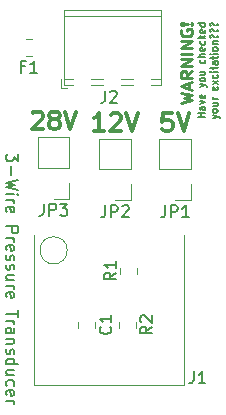
<source format=gto>
G04 #@! TF.GenerationSoftware,KiCad,Pcbnew,(5.1.0)-1*
G04 #@! TF.CreationDate,2019-04-03T20:49:52-04:00*
G04 #@! TF.ProjectId,3wireducer_daughter,33776972-6564-4756-9365-725f64617567,rev?*
G04 #@! TF.SameCoordinates,Original*
G04 #@! TF.FileFunction,Legend,Top*
G04 #@! TF.FilePolarity,Positive*
%FSLAX46Y46*%
G04 Gerber Fmt 4.6, Leading zero omitted, Abs format (unit mm)*
G04 Created by KiCad (PCBNEW (5.1.0)-1) date 2019-04-03 20:49:52*
%MOMM*%
%LPD*%
G04 APERTURE LIST*
%ADD10C,0.250000*%
%ADD11C,0.300000*%
%ADD12C,0.150000*%
%ADD13C,0.120000*%
G04 APERTURE END LIST*
D10*
X149566380Y-78818952D02*
X150566380Y-78580857D01*
X149852095Y-78390380D01*
X150566380Y-78199904D01*
X149566380Y-77961809D01*
X150280666Y-77628476D02*
X150280666Y-77152285D01*
X150566380Y-77723714D02*
X149566380Y-77390380D01*
X150566380Y-77057047D01*
X150566380Y-76152285D02*
X150090190Y-76485619D01*
X150566380Y-76723714D02*
X149566380Y-76723714D01*
X149566380Y-76342761D01*
X149614000Y-76247523D01*
X149661619Y-76199904D01*
X149756857Y-76152285D01*
X149899714Y-76152285D01*
X149994952Y-76199904D01*
X150042571Y-76247523D01*
X150090190Y-76342761D01*
X150090190Y-76723714D01*
X150566380Y-75723714D02*
X149566380Y-75723714D01*
X150566380Y-75152285D01*
X149566380Y-75152285D01*
X150566380Y-74676095D02*
X149566380Y-74676095D01*
X150566380Y-74199904D02*
X149566380Y-74199904D01*
X150566380Y-73628476D01*
X149566380Y-73628476D01*
X149614000Y-72628476D02*
X149566380Y-72723714D01*
X149566380Y-72866571D01*
X149614000Y-73009428D01*
X149709238Y-73104666D01*
X149804476Y-73152285D01*
X149994952Y-73199904D01*
X150137809Y-73199904D01*
X150328285Y-73152285D01*
X150423523Y-73104666D01*
X150518761Y-73009428D01*
X150566380Y-72866571D01*
X150566380Y-72771333D01*
X150518761Y-72628476D01*
X150471142Y-72580857D01*
X150137809Y-72580857D01*
X150137809Y-72771333D01*
X150471142Y-72152285D02*
X150518761Y-72104666D01*
X150566380Y-72152285D01*
X150518761Y-72199904D01*
X150471142Y-72152285D01*
X150566380Y-72152285D01*
X150185428Y-72152285D02*
X149614000Y-72199904D01*
X149566380Y-72152285D01*
X149614000Y-72104666D01*
X150185428Y-72152285D01*
X149566380Y-72152285D01*
D11*
X148812285Y-79696571D02*
X148098000Y-79696571D01*
X148026571Y-80410857D01*
X148098000Y-80339428D01*
X148240857Y-80268000D01*
X148598000Y-80268000D01*
X148740857Y-80339428D01*
X148812285Y-80410857D01*
X148883714Y-80553714D01*
X148883714Y-80910857D01*
X148812285Y-81053714D01*
X148740857Y-81125142D01*
X148598000Y-81196571D01*
X148240857Y-81196571D01*
X148098000Y-81125142D01*
X148026571Y-81053714D01*
X149312285Y-79696571D02*
X149812285Y-81196571D01*
X150312285Y-79696571D01*
X143089428Y-81196571D02*
X142232285Y-81196571D01*
X142660857Y-81196571D02*
X142660857Y-79696571D01*
X142518000Y-79910857D01*
X142375142Y-80053714D01*
X142232285Y-80125142D01*
X143660857Y-79839428D02*
X143732285Y-79768000D01*
X143875142Y-79696571D01*
X144232285Y-79696571D01*
X144375142Y-79768000D01*
X144446571Y-79839428D01*
X144518000Y-79982285D01*
X144518000Y-80125142D01*
X144446571Y-80339428D01*
X143589428Y-81196571D01*
X144518000Y-81196571D01*
X144946571Y-79696571D02*
X145446571Y-81196571D01*
X145946571Y-79696571D01*
X137025285Y-79712428D02*
X137096714Y-79641000D01*
X137239571Y-79569571D01*
X137596714Y-79569571D01*
X137739571Y-79641000D01*
X137811000Y-79712428D01*
X137882428Y-79855285D01*
X137882428Y-79998142D01*
X137811000Y-80212428D01*
X136953857Y-81069571D01*
X137882428Y-81069571D01*
X138739571Y-80212428D02*
X138596714Y-80141000D01*
X138525285Y-80069571D01*
X138453857Y-79926714D01*
X138453857Y-79855285D01*
X138525285Y-79712428D01*
X138596714Y-79641000D01*
X138739571Y-79569571D01*
X139025285Y-79569571D01*
X139168142Y-79641000D01*
X139239571Y-79712428D01*
X139311000Y-79855285D01*
X139311000Y-79926714D01*
X139239571Y-80069571D01*
X139168142Y-80141000D01*
X139025285Y-80212428D01*
X138739571Y-80212428D01*
X138596714Y-80283857D01*
X138525285Y-80355285D01*
X138453857Y-80498142D01*
X138453857Y-80783857D01*
X138525285Y-80926714D01*
X138596714Y-80998142D01*
X138739571Y-81069571D01*
X139025285Y-81069571D01*
X139168142Y-80998142D01*
X139239571Y-80926714D01*
X139311000Y-80783857D01*
X139311000Y-80498142D01*
X139239571Y-80355285D01*
X139168142Y-80283857D01*
X139025285Y-80212428D01*
X139739571Y-79569571D02*
X140239571Y-81069571D01*
X140739571Y-79569571D01*
D12*
X151638428Y-80044428D02*
X151038428Y-80044428D01*
X151324142Y-80044428D02*
X151324142Y-79701571D01*
X151638428Y-79701571D02*
X151038428Y-79701571D01*
X151638428Y-79158714D02*
X151324142Y-79158714D01*
X151267000Y-79187285D01*
X151238428Y-79244428D01*
X151238428Y-79358714D01*
X151267000Y-79415857D01*
X151609857Y-79158714D02*
X151638428Y-79215857D01*
X151638428Y-79358714D01*
X151609857Y-79415857D01*
X151552714Y-79444428D01*
X151495571Y-79444428D01*
X151438428Y-79415857D01*
X151409857Y-79358714D01*
X151409857Y-79215857D01*
X151381285Y-79158714D01*
X151238428Y-78930142D02*
X151638428Y-78787285D01*
X151238428Y-78644428D01*
X151609857Y-78187285D02*
X151638428Y-78244428D01*
X151638428Y-78358714D01*
X151609857Y-78415857D01*
X151552714Y-78444428D01*
X151324142Y-78444428D01*
X151267000Y-78415857D01*
X151238428Y-78358714D01*
X151238428Y-78244428D01*
X151267000Y-78187285D01*
X151324142Y-78158714D01*
X151381285Y-78158714D01*
X151438428Y-78444428D01*
X151238428Y-77501571D02*
X151638428Y-77358714D01*
X151238428Y-77215857D02*
X151638428Y-77358714D01*
X151781285Y-77415857D01*
X151809857Y-77444428D01*
X151838428Y-77501571D01*
X151638428Y-76901571D02*
X151609857Y-76958714D01*
X151581285Y-76987285D01*
X151524142Y-77015857D01*
X151352714Y-77015857D01*
X151295571Y-76987285D01*
X151267000Y-76958714D01*
X151238428Y-76901571D01*
X151238428Y-76815857D01*
X151267000Y-76758714D01*
X151295571Y-76730142D01*
X151352714Y-76701571D01*
X151524142Y-76701571D01*
X151581285Y-76730142D01*
X151609857Y-76758714D01*
X151638428Y-76815857D01*
X151638428Y-76901571D01*
X151238428Y-76187285D02*
X151638428Y-76187285D01*
X151238428Y-76444428D02*
X151552714Y-76444428D01*
X151609857Y-76415857D01*
X151638428Y-76358714D01*
X151638428Y-76273000D01*
X151609857Y-76215857D01*
X151581285Y-76187285D01*
X151609857Y-75187285D02*
X151638428Y-75244428D01*
X151638428Y-75358714D01*
X151609857Y-75415857D01*
X151581285Y-75444428D01*
X151524142Y-75473000D01*
X151352714Y-75473000D01*
X151295571Y-75444428D01*
X151267000Y-75415857D01*
X151238428Y-75358714D01*
X151238428Y-75244428D01*
X151267000Y-75187285D01*
X151638428Y-74930142D02*
X151038428Y-74930142D01*
X151638428Y-74673000D02*
X151324142Y-74673000D01*
X151267000Y-74701571D01*
X151238428Y-74758714D01*
X151238428Y-74844428D01*
X151267000Y-74901571D01*
X151295571Y-74930142D01*
X151609857Y-74158714D02*
X151638428Y-74215857D01*
X151638428Y-74330142D01*
X151609857Y-74387285D01*
X151552714Y-74415857D01*
X151324142Y-74415857D01*
X151267000Y-74387285D01*
X151238428Y-74330142D01*
X151238428Y-74215857D01*
X151267000Y-74158714D01*
X151324142Y-74130142D01*
X151381285Y-74130142D01*
X151438428Y-74415857D01*
X151609857Y-73615857D02*
X151638428Y-73673000D01*
X151638428Y-73787285D01*
X151609857Y-73844428D01*
X151581285Y-73873000D01*
X151524142Y-73901571D01*
X151352714Y-73901571D01*
X151295571Y-73873000D01*
X151267000Y-73844428D01*
X151238428Y-73787285D01*
X151238428Y-73673000D01*
X151267000Y-73615857D01*
X151638428Y-73358714D02*
X151038428Y-73358714D01*
X151409857Y-73301571D02*
X151638428Y-73130142D01*
X151238428Y-73130142D02*
X151467000Y-73358714D01*
X151609857Y-72644428D02*
X151638428Y-72701571D01*
X151638428Y-72815857D01*
X151609857Y-72873000D01*
X151552714Y-72901571D01*
X151324142Y-72901571D01*
X151267000Y-72873000D01*
X151238428Y-72815857D01*
X151238428Y-72701571D01*
X151267000Y-72644428D01*
X151324142Y-72615857D01*
X151381285Y-72615857D01*
X151438428Y-72901571D01*
X151638428Y-72101571D02*
X151038428Y-72101571D01*
X151609857Y-72101571D02*
X151638428Y-72158714D01*
X151638428Y-72273000D01*
X151609857Y-72330142D01*
X151581285Y-72358714D01*
X151524142Y-72387285D01*
X151352714Y-72387285D01*
X151295571Y-72358714D01*
X151267000Y-72330142D01*
X151238428Y-72273000D01*
X151238428Y-72158714D01*
X151267000Y-72101571D01*
X152288428Y-80144428D02*
X152688428Y-80001571D01*
X152288428Y-79858714D02*
X152688428Y-80001571D01*
X152831285Y-80058714D01*
X152859857Y-80087285D01*
X152888428Y-80144428D01*
X152688428Y-79544428D02*
X152659857Y-79601571D01*
X152631285Y-79630142D01*
X152574142Y-79658714D01*
X152402714Y-79658714D01*
X152345571Y-79630142D01*
X152317000Y-79601571D01*
X152288428Y-79544428D01*
X152288428Y-79458714D01*
X152317000Y-79401571D01*
X152345571Y-79373000D01*
X152402714Y-79344428D01*
X152574142Y-79344428D01*
X152631285Y-79373000D01*
X152659857Y-79401571D01*
X152688428Y-79458714D01*
X152688428Y-79544428D01*
X152288428Y-78830142D02*
X152688428Y-78830142D01*
X152288428Y-79087285D02*
X152602714Y-79087285D01*
X152659857Y-79058714D01*
X152688428Y-79001571D01*
X152688428Y-78915857D01*
X152659857Y-78858714D01*
X152631285Y-78830142D01*
X152688428Y-78544428D02*
X152288428Y-78544428D01*
X152402714Y-78544428D02*
X152345571Y-78515857D01*
X152317000Y-78487285D01*
X152288428Y-78430142D01*
X152288428Y-78373000D01*
X152659857Y-77487285D02*
X152688428Y-77544428D01*
X152688428Y-77658714D01*
X152659857Y-77715857D01*
X152602714Y-77744428D01*
X152374142Y-77744428D01*
X152317000Y-77715857D01*
X152288428Y-77658714D01*
X152288428Y-77544428D01*
X152317000Y-77487285D01*
X152374142Y-77458714D01*
X152431285Y-77458714D01*
X152488428Y-77744428D01*
X152688428Y-77258714D02*
X152288428Y-76944428D01*
X152288428Y-77258714D02*
X152688428Y-76944428D01*
X152659857Y-76458714D02*
X152688428Y-76515857D01*
X152688428Y-76630142D01*
X152659857Y-76687285D01*
X152631285Y-76715857D01*
X152574142Y-76744428D01*
X152402714Y-76744428D01*
X152345571Y-76715857D01*
X152317000Y-76687285D01*
X152288428Y-76630142D01*
X152288428Y-76515857D01*
X152317000Y-76458714D01*
X152688428Y-76201571D02*
X152288428Y-76201571D01*
X152088428Y-76201571D02*
X152117000Y-76230142D01*
X152145571Y-76201571D01*
X152117000Y-76173000D01*
X152088428Y-76201571D01*
X152145571Y-76201571D01*
X152288428Y-76001571D02*
X152288428Y-75773000D01*
X152088428Y-75915857D02*
X152602714Y-75915857D01*
X152659857Y-75887285D01*
X152688428Y-75830142D01*
X152688428Y-75773000D01*
X152688428Y-75315857D02*
X152374142Y-75315857D01*
X152317000Y-75344428D01*
X152288428Y-75401571D01*
X152288428Y-75515857D01*
X152317000Y-75573000D01*
X152659857Y-75315857D02*
X152688428Y-75373000D01*
X152688428Y-75515857D01*
X152659857Y-75573000D01*
X152602714Y-75601571D01*
X152545571Y-75601571D01*
X152488428Y-75573000D01*
X152459857Y-75515857D01*
X152459857Y-75373000D01*
X152431285Y-75315857D01*
X152288428Y-75115857D02*
X152288428Y-74887285D01*
X152088428Y-75030142D02*
X152602714Y-75030142D01*
X152659857Y-75001571D01*
X152688428Y-74944428D01*
X152688428Y-74887285D01*
X152688428Y-74687285D02*
X152288428Y-74687285D01*
X152088428Y-74687285D02*
X152117000Y-74715857D01*
X152145571Y-74687285D01*
X152117000Y-74658714D01*
X152088428Y-74687285D01*
X152145571Y-74687285D01*
X152688428Y-74315857D02*
X152659857Y-74373000D01*
X152631285Y-74401571D01*
X152574142Y-74430142D01*
X152402714Y-74430142D01*
X152345571Y-74401571D01*
X152317000Y-74373000D01*
X152288428Y-74315857D01*
X152288428Y-74230142D01*
X152317000Y-74173000D01*
X152345571Y-74144428D01*
X152402714Y-74115857D01*
X152574142Y-74115857D01*
X152631285Y-74144428D01*
X152659857Y-74173000D01*
X152688428Y-74230142D01*
X152688428Y-74315857D01*
X152288428Y-73858714D02*
X152688428Y-73858714D01*
X152345571Y-73858714D02*
X152317000Y-73830142D01*
X152288428Y-73773000D01*
X152288428Y-73687285D01*
X152317000Y-73630142D01*
X152374142Y-73601571D01*
X152688428Y-73601571D01*
X152631285Y-73230142D02*
X152659857Y-73201571D01*
X152688428Y-73230142D01*
X152659857Y-73258714D01*
X152631285Y-73230142D01*
X152688428Y-73230142D01*
X152117000Y-73344428D02*
X152088428Y-73287285D01*
X152088428Y-73144428D01*
X152117000Y-73087285D01*
X152174142Y-73058714D01*
X152231285Y-73058714D01*
X152288428Y-73087285D01*
X152317000Y-73115857D01*
X152345571Y-73173000D01*
X152374142Y-73201571D01*
X152431285Y-73230142D01*
X152459857Y-73230142D01*
X152631285Y-72715857D02*
X152659857Y-72687285D01*
X152688428Y-72715857D01*
X152659857Y-72744428D01*
X152631285Y-72715857D01*
X152688428Y-72715857D01*
X152117000Y-72830142D02*
X152088428Y-72773000D01*
X152088428Y-72630142D01*
X152117000Y-72573000D01*
X152174142Y-72544428D01*
X152231285Y-72544428D01*
X152288428Y-72573000D01*
X152317000Y-72601571D01*
X152345571Y-72658714D01*
X152374142Y-72687285D01*
X152431285Y-72715857D01*
X152459857Y-72715857D01*
X152631285Y-72201571D02*
X152659857Y-72173000D01*
X152688428Y-72201571D01*
X152659857Y-72230142D01*
X152631285Y-72201571D01*
X152688428Y-72201571D01*
X152117000Y-72315857D02*
X152088428Y-72258714D01*
X152088428Y-72115857D01*
X152117000Y-72058714D01*
X152174142Y-72030142D01*
X152231285Y-72030142D01*
X152288428Y-72058714D01*
X152317000Y-72087285D01*
X152345571Y-72144428D01*
X152374142Y-72173000D01*
X152431285Y-72201571D01*
X152459857Y-72201571D01*
D13*
X139961034Y-91313000D02*
G75*
G03X139961034Y-91313000I-1150034J0D01*
G01*
D12*
X135802619Y-83154571D02*
X135802619Y-83773619D01*
X135421666Y-83440285D01*
X135421666Y-83583142D01*
X135374047Y-83678380D01*
X135326428Y-83726000D01*
X135231190Y-83773619D01*
X134993095Y-83773619D01*
X134897857Y-83726000D01*
X134850238Y-83678380D01*
X134802619Y-83583142D01*
X134802619Y-83297428D01*
X134850238Y-83202190D01*
X134897857Y-83154571D01*
X135183571Y-84202190D02*
X135183571Y-84964095D01*
X135802619Y-85345047D02*
X134802619Y-85583142D01*
X135516904Y-85773619D01*
X134802619Y-85964095D01*
X135802619Y-86202190D01*
X134802619Y-86583142D02*
X135469285Y-86583142D01*
X135802619Y-86583142D02*
X135755000Y-86535523D01*
X135707380Y-86583142D01*
X135755000Y-86630761D01*
X135802619Y-86583142D01*
X135707380Y-86583142D01*
X134802619Y-87059333D02*
X135469285Y-87059333D01*
X135278809Y-87059333D02*
X135374047Y-87106952D01*
X135421666Y-87154571D01*
X135469285Y-87249809D01*
X135469285Y-87345047D01*
X134850238Y-88059333D02*
X134802619Y-87964095D01*
X134802619Y-87773619D01*
X134850238Y-87678380D01*
X134945476Y-87630761D01*
X135326428Y-87630761D01*
X135421666Y-87678380D01*
X135469285Y-87773619D01*
X135469285Y-87964095D01*
X135421666Y-88059333D01*
X135326428Y-88106952D01*
X135231190Y-88106952D01*
X135135952Y-87630761D01*
X134802619Y-89297428D02*
X135802619Y-89297428D01*
X135802619Y-89678380D01*
X135755000Y-89773619D01*
X135707380Y-89821238D01*
X135612142Y-89868857D01*
X135469285Y-89868857D01*
X135374047Y-89821238D01*
X135326428Y-89773619D01*
X135278809Y-89678380D01*
X135278809Y-89297428D01*
X134802619Y-90297428D02*
X135469285Y-90297428D01*
X135278809Y-90297428D02*
X135374047Y-90345047D01*
X135421666Y-90392666D01*
X135469285Y-90487904D01*
X135469285Y-90583142D01*
X134850238Y-91297428D02*
X134802619Y-91202190D01*
X134802619Y-91011714D01*
X134850238Y-90916476D01*
X134945476Y-90868857D01*
X135326428Y-90868857D01*
X135421666Y-90916476D01*
X135469285Y-91011714D01*
X135469285Y-91202190D01*
X135421666Y-91297428D01*
X135326428Y-91345047D01*
X135231190Y-91345047D01*
X135135952Y-90868857D01*
X134850238Y-91726000D02*
X134802619Y-91821238D01*
X134802619Y-92011714D01*
X134850238Y-92106952D01*
X134945476Y-92154571D01*
X134993095Y-92154571D01*
X135088333Y-92106952D01*
X135135952Y-92011714D01*
X135135952Y-91868857D01*
X135183571Y-91773619D01*
X135278809Y-91726000D01*
X135326428Y-91726000D01*
X135421666Y-91773619D01*
X135469285Y-91868857D01*
X135469285Y-92011714D01*
X135421666Y-92106952D01*
X134850238Y-92535523D02*
X134802619Y-92630761D01*
X134802619Y-92821238D01*
X134850238Y-92916476D01*
X134945476Y-92964095D01*
X134993095Y-92964095D01*
X135088333Y-92916476D01*
X135135952Y-92821238D01*
X135135952Y-92678380D01*
X135183571Y-92583142D01*
X135278809Y-92535523D01*
X135326428Y-92535523D01*
X135421666Y-92583142D01*
X135469285Y-92678380D01*
X135469285Y-92821238D01*
X135421666Y-92916476D01*
X135469285Y-93821238D02*
X134802619Y-93821238D01*
X135469285Y-93392666D02*
X134945476Y-93392666D01*
X134850238Y-93440285D01*
X134802619Y-93535523D01*
X134802619Y-93678380D01*
X134850238Y-93773619D01*
X134897857Y-93821238D01*
X134802619Y-94297428D02*
X135469285Y-94297428D01*
X135278809Y-94297428D02*
X135374047Y-94345047D01*
X135421666Y-94392666D01*
X135469285Y-94487904D01*
X135469285Y-94583142D01*
X134850238Y-95297428D02*
X134802619Y-95202190D01*
X134802619Y-95011714D01*
X134850238Y-94916476D01*
X134945476Y-94868857D01*
X135326428Y-94868857D01*
X135421666Y-94916476D01*
X135469285Y-95011714D01*
X135469285Y-95202190D01*
X135421666Y-95297428D01*
X135326428Y-95345047D01*
X135231190Y-95345047D01*
X135135952Y-94868857D01*
X135802619Y-96392666D02*
X135802619Y-96964095D01*
X134802619Y-96678380D02*
X135802619Y-96678380D01*
X134802619Y-97297428D02*
X135469285Y-97297428D01*
X135278809Y-97297428D02*
X135374047Y-97345047D01*
X135421666Y-97392666D01*
X135469285Y-97487904D01*
X135469285Y-97583142D01*
X134802619Y-98345047D02*
X135326428Y-98345047D01*
X135421666Y-98297428D01*
X135469285Y-98202190D01*
X135469285Y-98011714D01*
X135421666Y-97916476D01*
X134850238Y-98345047D02*
X134802619Y-98249809D01*
X134802619Y-98011714D01*
X134850238Y-97916476D01*
X134945476Y-97868857D01*
X135040714Y-97868857D01*
X135135952Y-97916476D01*
X135183571Y-98011714D01*
X135183571Y-98249809D01*
X135231190Y-98345047D01*
X135469285Y-98821238D02*
X134802619Y-98821238D01*
X135374047Y-98821238D02*
X135421666Y-98868857D01*
X135469285Y-98964095D01*
X135469285Y-99106952D01*
X135421666Y-99202190D01*
X135326428Y-99249809D01*
X134802619Y-99249809D01*
X134850238Y-99678380D02*
X134802619Y-99773619D01*
X134802619Y-99964095D01*
X134850238Y-100059333D01*
X134945476Y-100106952D01*
X134993095Y-100106952D01*
X135088333Y-100059333D01*
X135135952Y-99964095D01*
X135135952Y-99821238D01*
X135183571Y-99726000D01*
X135278809Y-99678380D01*
X135326428Y-99678380D01*
X135421666Y-99726000D01*
X135469285Y-99821238D01*
X135469285Y-99964095D01*
X135421666Y-100059333D01*
X134802619Y-100964095D02*
X135802619Y-100964095D01*
X134850238Y-100964095D02*
X134802619Y-100868857D01*
X134802619Y-100678380D01*
X134850238Y-100583142D01*
X134897857Y-100535523D01*
X134993095Y-100487904D01*
X135278809Y-100487904D01*
X135374047Y-100535523D01*
X135421666Y-100583142D01*
X135469285Y-100678380D01*
X135469285Y-100868857D01*
X135421666Y-100964095D01*
X135469285Y-101868857D02*
X134802619Y-101868857D01*
X135469285Y-101440285D02*
X134945476Y-101440285D01*
X134850238Y-101487904D01*
X134802619Y-101583142D01*
X134802619Y-101726000D01*
X134850238Y-101821238D01*
X134897857Y-101868857D01*
X134850238Y-102773619D02*
X134802619Y-102678380D01*
X134802619Y-102487904D01*
X134850238Y-102392666D01*
X134897857Y-102345047D01*
X134993095Y-102297428D01*
X135278809Y-102297428D01*
X135374047Y-102345047D01*
X135421666Y-102392666D01*
X135469285Y-102487904D01*
X135469285Y-102678380D01*
X135421666Y-102773619D01*
X134850238Y-103583142D02*
X134802619Y-103487904D01*
X134802619Y-103297428D01*
X134850238Y-103202190D01*
X134945476Y-103154571D01*
X135326428Y-103154571D01*
X135421666Y-103202190D01*
X135469285Y-103297428D01*
X135469285Y-103487904D01*
X135421666Y-103583142D01*
X135326428Y-103630761D01*
X135231190Y-103630761D01*
X135135952Y-103154571D01*
X134802619Y-104059333D02*
X135469285Y-104059333D01*
X135278809Y-104059333D02*
X135374047Y-104106952D01*
X135421666Y-104154571D01*
X135469285Y-104249809D01*
X135469285Y-104345047D01*
D13*
X142315000Y-97355922D02*
X142315000Y-97873078D01*
X140895000Y-97355922D02*
X140895000Y-97873078D01*
X136959078Y-74878000D02*
X136441922Y-74878000D01*
X136959078Y-73458000D02*
X136441922Y-73458000D01*
X149860000Y-102743000D02*
X137160000Y-102743000D01*
X137160000Y-102743000D02*
X137160000Y-90043000D01*
X149860000Y-102743000D02*
X149860000Y-90043000D01*
X139664000Y-76768000D02*
X140434000Y-76768000D01*
X142014000Y-76768000D02*
X142974000Y-76768000D01*
X144554000Y-76768000D02*
X145514000Y-76768000D01*
X147094000Y-76768000D02*
X147864000Y-76768000D01*
X139664000Y-71468000D02*
X147864000Y-71468000D01*
X139664000Y-71008000D02*
X147864000Y-71008000D01*
X139664000Y-77328000D02*
X140434000Y-77328000D01*
X142014000Y-77328000D02*
X142974000Y-77328000D01*
X144554000Y-77328000D02*
X145514000Y-77328000D01*
X147094000Y-77328000D02*
X147864000Y-77328000D01*
X139664000Y-71008000D02*
X139664000Y-77328000D01*
X147864000Y-71008000D02*
X147864000Y-77328000D01*
X139424000Y-76828000D02*
X139424000Y-77568000D01*
X139424000Y-77568000D02*
X139924000Y-77568000D01*
X150428000Y-81855000D02*
X147768000Y-81855000D01*
X150428000Y-84455000D02*
X150428000Y-81855000D01*
X147768000Y-84455000D02*
X147768000Y-81855000D01*
X150428000Y-84455000D02*
X147768000Y-84455000D01*
X150428000Y-85725000D02*
X150428000Y-87055000D01*
X150428000Y-87055000D02*
X149098000Y-87055000D01*
X145348000Y-87055000D02*
X144018000Y-87055000D01*
X145348000Y-85725000D02*
X145348000Y-87055000D01*
X145348000Y-84455000D02*
X142688000Y-84455000D01*
X142688000Y-84455000D02*
X142688000Y-81855000D01*
X145348000Y-84455000D02*
X145348000Y-81855000D01*
X145348000Y-81855000D02*
X142688000Y-81855000D01*
X140141000Y-81728000D02*
X137481000Y-81728000D01*
X140141000Y-84328000D02*
X140141000Y-81728000D01*
X137481000Y-84328000D02*
X137481000Y-81728000D01*
X140141000Y-84328000D02*
X137481000Y-84328000D01*
X140141000Y-85598000D02*
X140141000Y-86928000D01*
X140141000Y-86928000D02*
X138811000Y-86928000D01*
X145871000Y-92783922D02*
X145871000Y-93301078D01*
X144451000Y-92783922D02*
X144451000Y-93301078D01*
X144324000Y-97355922D02*
X144324000Y-97873078D01*
X145744000Y-97355922D02*
X145744000Y-97873078D01*
D12*
X143612142Y-97781166D02*
X143659761Y-97828785D01*
X143707380Y-97971642D01*
X143707380Y-98066880D01*
X143659761Y-98209738D01*
X143564523Y-98304976D01*
X143469285Y-98352595D01*
X143278809Y-98400214D01*
X143135952Y-98400214D01*
X142945476Y-98352595D01*
X142850238Y-98304976D01*
X142755000Y-98209738D01*
X142707380Y-98066880D01*
X142707380Y-97971642D01*
X142755000Y-97828785D01*
X142802619Y-97781166D01*
X143707380Y-96828785D02*
X143707380Y-97400214D01*
X143707380Y-97114500D02*
X142707380Y-97114500D01*
X142850238Y-97209738D01*
X142945476Y-97304976D01*
X142993095Y-97400214D01*
X136367166Y-75746571D02*
X136033833Y-75746571D01*
X136033833Y-76270380D02*
X136033833Y-75270380D01*
X136510023Y-75270380D01*
X137414785Y-76270380D02*
X136843357Y-76270380D01*
X137129071Y-76270380D02*
X137129071Y-75270380D01*
X137033833Y-75413238D01*
X136938595Y-75508476D01*
X136843357Y-75556095D01*
X150669666Y-101560380D02*
X150669666Y-102274666D01*
X150622047Y-102417523D01*
X150526809Y-102512761D01*
X150383952Y-102560380D01*
X150288714Y-102560380D01*
X151669666Y-102560380D02*
X151098238Y-102560380D01*
X151383952Y-102560380D02*
X151383952Y-101560380D01*
X151288714Y-101703238D01*
X151193476Y-101798476D01*
X151098238Y-101846095D01*
X143176666Y-77811380D02*
X143176666Y-78525666D01*
X143129047Y-78668523D01*
X143033809Y-78763761D01*
X142890952Y-78811380D01*
X142795714Y-78811380D01*
X143605238Y-77906619D02*
X143652857Y-77859000D01*
X143748095Y-77811380D01*
X143986190Y-77811380D01*
X144081428Y-77859000D01*
X144129047Y-77906619D01*
X144176666Y-78001857D01*
X144176666Y-78097095D01*
X144129047Y-78239952D01*
X143557619Y-78811380D01*
X144176666Y-78811380D01*
X148264666Y-87507380D02*
X148264666Y-88221666D01*
X148217047Y-88364523D01*
X148121809Y-88459761D01*
X147978952Y-88507380D01*
X147883714Y-88507380D01*
X148740857Y-88507380D02*
X148740857Y-87507380D01*
X149121809Y-87507380D01*
X149217047Y-87555000D01*
X149264666Y-87602619D01*
X149312285Y-87697857D01*
X149312285Y-87840714D01*
X149264666Y-87935952D01*
X149217047Y-87983571D01*
X149121809Y-88031190D01*
X148740857Y-88031190D01*
X150264666Y-88507380D02*
X149693238Y-88507380D01*
X149978952Y-88507380D02*
X149978952Y-87507380D01*
X149883714Y-87650238D01*
X149788476Y-87745476D01*
X149693238Y-87793095D01*
X143184666Y-87507380D02*
X143184666Y-88221666D01*
X143137047Y-88364523D01*
X143041809Y-88459761D01*
X142898952Y-88507380D01*
X142803714Y-88507380D01*
X143660857Y-88507380D02*
X143660857Y-87507380D01*
X144041809Y-87507380D01*
X144137047Y-87555000D01*
X144184666Y-87602619D01*
X144232285Y-87697857D01*
X144232285Y-87840714D01*
X144184666Y-87935952D01*
X144137047Y-87983571D01*
X144041809Y-88031190D01*
X143660857Y-88031190D01*
X144613238Y-87602619D02*
X144660857Y-87555000D01*
X144756095Y-87507380D01*
X144994190Y-87507380D01*
X145089428Y-87555000D01*
X145137047Y-87602619D01*
X145184666Y-87697857D01*
X145184666Y-87793095D01*
X145137047Y-87935952D01*
X144565619Y-88507380D01*
X145184666Y-88507380D01*
X137977666Y-87380380D02*
X137977666Y-88094666D01*
X137930047Y-88237523D01*
X137834809Y-88332761D01*
X137691952Y-88380380D01*
X137596714Y-88380380D01*
X138453857Y-88380380D02*
X138453857Y-87380380D01*
X138834809Y-87380380D01*
X138930047Y-87428000D01*
X138977666Y-87475619D01*
X139025285Y-87570857D01*
X139025285Y-87713714D01*
X138977666Y-87808952D01*
X138930047Y-87856571D01*
X138834809Y-87904190D01*
X138453857Y-87904190D01*
X139358619Y-87380380D02*
X139977666Y-87380380D01*
X139644333Y-87761333D01*
X139787190Y-87761333D01*
X139882428Y-87808952D01*
X139930047Y-87856571D01*
X139977666Y-87951809D01*
X139977666Y-88189904D01*
X139930047Y-88285142D01*
X139882428Y-88332761D01*
X139787190Y-88380380D01*
X139501476Y-88380380D01*
X139406238Y-88332761D01*
X139358619Y-88285142D01*
X144089380Y-93209166D02*
X143613190Y-93542500D01*
X144089380Y-93780595D02*
X143089380Y-93780595D01*
X143089380Y-93399642D01*
X143137000Y-93304404D01*
X143184619Y-93256785D01*
X143279857Y-93209166D01*
X143422714Y-93209166D01*
X143517952Y-93256785D01*
X143565571Y-93304404D01*
X143613190Y-93399642D01*
X143613190Y-93780595D01*
X144089380Y-92256785D02*
X144089380Y-92828214D01*
X144089380Y-92542500D02*
X143089380Y-92542500D01*
X143232238Y-92637738D01*
X143327476Y-92732976D01*
X143375095Y-92828214D01*
X147136380Y-97781166D02*
X146660190Y-98114500D01*
X147136380Y-98352595D02*
X146136380Y-98352595D01*
X146136380Y-97971642D01*
X146184000Y-97876404D01*
X146231619Y-97828785D01*
X146326857Y-97781166D01*
X146469714Y-97781166D01*
X146564952Y-97828785D01*
X146612571Y-97876404D01*
X146660190Y-97971642D01*
X146660190Y-98352595D01*
X146231619Y-97400214D02*
X146184000Y-97352595D01*
X146136380Y-97257357D01*
X146136380Y-97019261D01*
X146184000Y-96924023D01*
X146231619Y-96876404D01*
X146326857Y-96828785D01*
X146422095Y-96828785D01*
X146564952Y-96876404D01*
X147136380Y-97447833D01*
X147136380Y-96828785D01*
M02*

</source>
